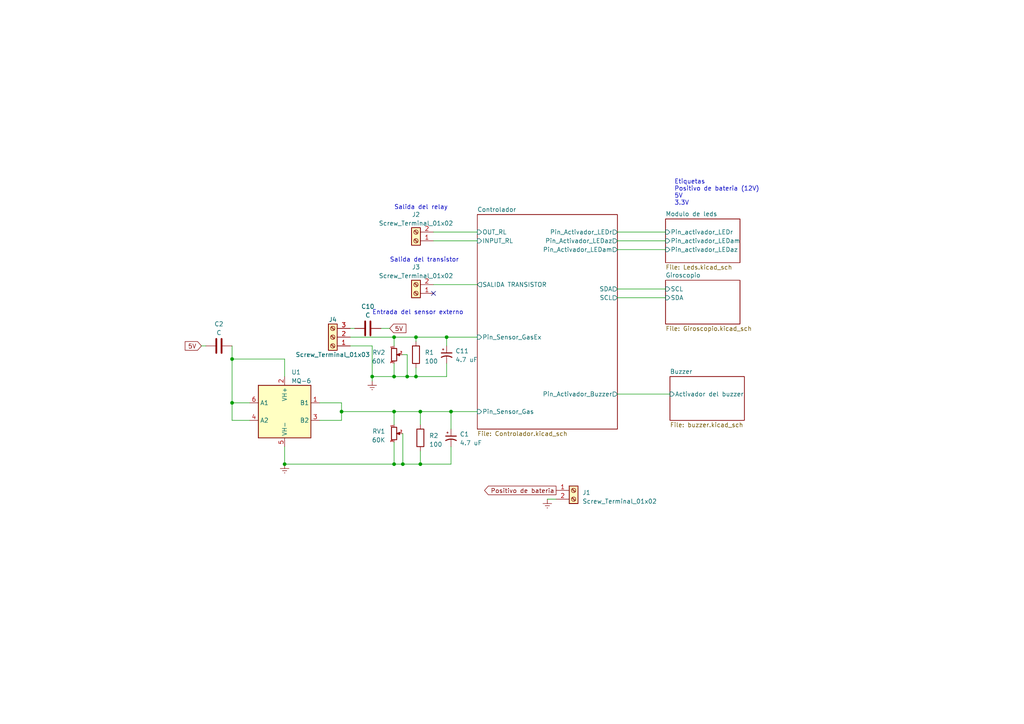
<source format=kicad_sch>
(kicad_sch (version 20230121) (generator eeschema)
  (paper "A4")
  (lib_symbols
    (symbol "Connector:Screw_Terminal_01x02" (pin_names (offset 1.016) hide)
      (property "Reference" "J" (at 0 2.54 0))
      (property "Value" "Screw_Terminal_01x02" (at 0 -5.08 0))
      (symbol "Screw_Terminal_01x02_1_1"
        (rectangle (start -1.27 1.27) (end 1.27 -3.81) (stroke (width 0.254)) (fill (type background)))
        (circle (center 0 -2.54) (radius 0.635) (stroke (width 0.1524)))
        (polyline (pts (xy -0.5334 -2.2098) (xy 0.3302 -3.048)) (stroke (width 0.1524)))
        (polyline (pts (xy -0.5334 0.3302) (xy 0.3302 -0.508)) (stroke (width 0.1524)))
        (polyline (pts (xy -0.3556 -2.032) (xy 0.508 -2.8702)) (stroke (width 0.1524)))
        (polyline (pts (xy -0.3556 0.508) (xy 0.508 -0.3302)) (stroke (width 0.1524)))
        (circle (center 0 0) (radius 0.635) (stroke (width 0.1524)))
        (pin passive line (at -5.08 0 0) (length 3.81) (name "Pin_1") (number "1"))
        (pin passive line (at -5.08 -2.54 0) (length 3.81) (name "Pin_2") (number "2"))
      )
    )
    (symbol "Connector:Screw_Terminal_01x03" (pin_names (offset 1.016) hide)
      (property "Reference" "J" (at 0 5.08 0))
      (property "Value" "Screw_Terminal_01x03" (at 0 -5.08 0))
      (symbol "Screw_Terminal_01x03_1_1"
        (rectangle (start -1.27 3.81) (end 1.27 -3.81) (stroke (width 0.254)) (fill (type background)))
        (circle (center 0 -2.54) (radius 0.635) (stroke (width 0.1524)))
        (polyline (pts (xy -0.5334 -2.2098) (xy 0.3302 -3.048)) (stroke (width 0.1524)))
        (polyline (pts (xy -0.5334 0.3302) (xy 0.3302 -0.508)) (stroke (width 0.1524)))
        (polyline (pts (xy -0.5334 2.8702) (xy 0.3302 2.032)) (stroke (width 0.1524)))
        (polyline (pts (xy -0.3556 -2.032) (xy 0.508 -2.8702)) (stroke (width 0.1524)))
        (polyline (pts (xy -0.3556 0.508) (xy 0.508 -0.3302)) (stroke (width 0.1524)))
        (polyline (pts (xy -0.3556 3.048) (xy 0.508 2.2098)) (stroke (width 0.1524)))
        (circle (center 0 0) (radius 0.635) (stroke (width 0.1524)))
        (circle (center 0 2.54) (radius 0.635) (stroke (width 0.1524)))
        (pin passive line (at -5.08 2.54 0) (length 3.81) (name "Pin_1") (number "1"))
        (pin passive line (at -5.08 0 0) (length 3.81) (name "Pin_2") (number "2"))
        (pin passive line (at -5.08 -2.54 0) (length 3.81) (name "Pin_3") (number "3"))
      )
    )
    (symbol "Device:C" (pin_numbers hide) (pin_names (offset 0.254))
      (property "Reference" "C" (at 0.635 2.54 0))
      (property "Value" "C" (at 0.635 -2.54 0))
      (symbol "C_0_1"
        (polyline (pts (xy -2.032 -0.762) (xy 2.032 -0.762)) (stroke (width 0.508)))
        (polyline (pts (xy -2.032 0.762) (xy 2.032 0.762)) (stroke (width 0.508)))
      )
      (symbol "C_1_1"
        (pin passive line (at 0 3.81 270) (length 2.794) (name "~") (number "1"))
        (pin passive line (at 0 -3.81 90) (length 2.794) (name "~") (number "2"))
      )
    )
    (symbol "Device:C_Polarized_Small_US" (pin_numbers hide) (pin_names (offset 0.254) hide)
      (property "Reference" "C" (at 0.254 1.778 0))
      (property "Value" "C_Polarized_Small_US" (at 0.254 -2.032 0))
      (symbol "C_Polarized_Small_US_0_1"
        (polyline (pts (xy -1.524 0.508) (xy 1.524 0.508)) (stroke (width 0.3048)))
        (polyline (pts (xy -1.27 1.524) (xy -0.762 1.524)))
        (polyline (pts (xy -1.016 1.27) (xy -1.016 1.778)))
        (arc (start 1.524 -0.762) (mid 0 -0.3734) (end -1.524 -0.762) (stroke (width 0.3048)))
      )
      (symbol "C_Polarized_Small_US_1_1"
        (pin passive line (at 0 2.54 270) (length 2.032) (name "~") (number "1"))
        (pin passive line (at 0 -2.54 90) (length 2.032) (name "~") (number "2"))
      )
    )
    (symbol "Device:R" (pin_numbers hide) (pin_names (offset 0))
      (property "Reference" "R" (at 2.032 0 90))
      (property "Value" "R" (at 0 0 90))
      (symbol "R_0_1"
        (rectangle (start -1.016 -2.54) (end 1.016 2.54) (stroke (width 0.254)))
      )
      (symbol "R_1_1"
        (pin passive line (at 0 3.81 270) (length 1.27) (name "~") (number "1"))
        (pin passive line (at 0 -3.81 90) (length 1.27) (name "~") (number "2"))
      )
    )
    (symbol "Device:R_Potentiometer_Small" (pin_names (offset 1.016) hide)
      (property "Reference" "RV" (at -4.445 0 90))
      (property "Value" "R_Potentiometer_Small" (at -2.54 0 90))
      (symbol "R_Potentiometer_Small_0_1"
        (polyline (pts (xy 0.889 0) (xy 0.635 0) (xy 1.651 0.381) (xy 1.651 -0.381) (xy 0.635 0) (xy 0.889 0)) (fill (type outline)))
        (rectangle (start 0.762 1.8034) (end -0.762 -1.8034) (stroke (width 0.254)))
      )
      (symbol "R_Potentiometer_Small_1_1"
        (pin passive line (at 0 2.54 270) (length 0.635) (name "1") (number "1"))
        (pin passive line (at 2.54 0 180) (length 0.9906) (name "2") (number "2"))
        (pin passive line (at 0 -2.54 90) (length 0.635) (name "3") (number "3"))
      )
    )
    (symbol "Sensor_Gas:MQ-6"
      (property "Reference" "U" (at -6.35 8.89 0))
      (property "Value" "MQ-6" (at 3.81 8.89 0))
      (symbol "MQ-6_0_1"
        (rectangle (start -7.62 7.62) (end 7.62 -7.62) (stroke (width 0.254)) (fill (type background)))
      )
      (symbol "MQ-6_1_1"
        (pin passive line (at 10.16 2.54 180) (length 2.54) (name "B1") (number "1"))
        (pin power_in line (at 0 10.16 270) (length 2.54) (name "VH+") (number "2"))
        (pin passive line (at 10.16 -2.54 180) (length 2.54) (name "B2") (number "3"))
        (pin passive line (at -10.16 -2.54 0) (length 2.54) (name "A2") (number "4"))
        (pin power_in line (at 0 -10.16 90) (length 2.54) (name "VH-") (number "5"))
        (pin passive line (at -10.16 2.54 0) (length 2.54) (name "A1") (number "6"))
      )
    )
    (symbol "power:Earth" (power) (pin_names (offset 0))
      (symbol "Earth_0_1"
        (polyline (pts (xy -0.635 -1.905) (xy 0.635 -1.905)))
        (polyline (pts (xy -0.127 -2.54) (xy 0.127 -2.54)))
        (polyline (pts (xy 0 -1.27) (xy 0 0)))
        (polyline (pts (xy 1.27 -1.27) (xy -1.27 -1.27)))
      )
      (symbol "Earth_1_1"
        (pin power_in line (at 0 0 270) (length 0) hide (name "Earth") (number "1"))
      )
    )
  )
  (junction (at 129.54 97.79))
  (junction (at 67.31 104.14))
  (junction (at 114.3 119.38))
  (junction (at 67.31 116.84))
  (junction (at 120.65 109.22))
  (junction (at 114.3 97.79))
  (junction (at 114.3 134.62))
  (junction (at 82.55 134.62))
  (junction (at 99.06 119.38))
  (junction (at 121.92 119.38))
  (junction (at 120.65 97.79))
  (junction (at 118.11 109.22))
  (junction (at 130.81 119.38))
  (junction (at 121.92 134.62))
  (junction (at 107.95 109.22))
  (junction (at 116.84 134.62))
  (junction (at 114.3 109.22))
  (no_connect (at 125.73 85.09))
  (wire (pts (xy 114.3 97.79) (xy 120.65 97.79)))
  (wire (pts (xy 118.11 102.87) (xy 118.11 109.22)))
  (wire (pts (xy 158.75 144.78) (xy 161.29 144.78)))
  (wire (pts (xy 67.31 116.84) (xy 67.31 121.92)))
  (wire (pts (xy 82.55 134.62) (xy 82.55 129.54)))
  (wire (pts (xy 125.73 67.31) (xy 138.43 67.31)))
  (wire (pts (xy 129.54 109.22) (xy 120.65 109.22)))
  (wire (pts (xy 129.54 105.41) (xy 129.54 109.22)))
  (wire (pts (xy 179.07 86.36) (xy 193.04 86.36)))
  (wire (pts (xy 114.3 109.22) (xy 107.95 109.22)))
  (wire (pts (xy 116.84 134.62) (xy 121.92 134.62)))
  (wire (pts (xy 82.55 134.62) (xy 114.3 134.62)))
  (wire (pts (xy 121.92 123.19) (xy 121.92 119.38)))
  (wire (pts (xy 179.07 67.31) (xy 193.04 67.31)))
  (wire (pts (xy 125.73 69.85) (xy 138.43 69.85)))
  (wire (pts (xy 99.06 119.38) (xy 99.06 121.92)))
  (wire (pts (xy 120.65 109.22) (xy 118.11 109.22)))
  (wire (pts (xy 101.6 95.25) (xy 102.87 95.25)))
  (wire (pts (xy 92.71 116.84) (xy 99.06 116.84)))
  (wire (pts (xy 130.81 119.38) (xy 138.43 119.38)))
  (wire (pts (xy 125.73 82.55) (xy 138.43 82.55)))
  (wire (pts (xy 114.3 119.38) (xy 99.06 119.38)))
  (wire (pts (xy 120.65 97.79) (xy 129.54 97.79)))
  (wire (pts (xy 82.55 109.22) (xy 82.55 104.14)))
  (wire (pts (xy 130.81 124.46) (xy 130.81 119.38)))
  (wire (pts (xy 107.95 100.33) (xy 107.95 109.22)))
  (wire (pts (xy 107.95 100.33) (xy 101.6 100.33)))
  (wire (pts (xy 118.11 109.22) (xy 114.3 109.22)))
  (wire (pts (xy 67.31 100.33) (xy 67.31 104.14)))
  (wire (pts (xy 110.49 95.25) (xy 113.03 95.25)))
  (wire (pts (xy 129.54 97.79) (xy 138.43 97.79)))
  (wire (pts (xy 58.42 100.33) (xy 59.69 100.33)))
  (wire (pts (xy 116.84 125.73) (xy 116.84 134.62)))
  (wire (pts (xy 72.39 116.84) (xy 67.31 116.84)))
  (wire (pts (xy 179.07 83.82) (xy 193.04 83.82)))
  (wire (pts (xy 101.6 97.79) (xy 114.3 97.79)))
  (wire (pts (xy 120.65 97.79) (xy 120.65 99.06)))
  (wire (pts (xy 114.3 97.79) (xy 114.3 100.33)))
  (wire (pts (xy 99.06 121.92) (xy 92.71 121.92)))
  (wire (pts (xy 179.07 72.39) (xy 193.04 72.39)))
  (wire (pts (xy 82.55 104.14) (xy 67.31 104.14)))
  (wire (pts (xy 130.81 129.54) (xy 130.81 134.62)))
  (wire (pts (xy 121.92 119.38) (xy 114.3 119.38)))
  (wire (pts (xy 129.54 97.79) (xy 129.54 100.33)))
  (wire (pts (xy 99.06 116.84) (xy 99.06 119.38)))
  (wire (pts (xy 107.95 109.22) (xy 107.95 110.49)))
  (wire (pts (xy 114.3 119.38) (xy 114.3 123.19)))
  (wire (pts (xy 67.31 104.14) (xy 67.31 116.84)))
  (wire (pts (xy 130.81 119.38) (xy 121.92 119.38)))
  (wire (pts (xy 114.3 128.27) (xy 114.3 134.62)))
  (wire (pts (xy 179.07 114.3) (xy 194.31 114.3)))
  (wire (pts (xy 121.92 130.81) (xy 121.92 134.62)))
  (wire (pts (xy 116.84 134.62) (xy 114.3 134.62)))
  (wire (pts (xy 116.84 102.87) (xy 118.11 102.87)))
  (wire (pts (xy 179.07 69.85) (xy 193.04 69.85)))
  (wire (pts (xy 130.81 134.62) (xy 121.92 134.62)))
  (wire (pts (xy 114.3 105.41) (xy 114.3 109.22)))
  (wire (pts (xy 67.31 121.92) (xy 72.39 121.92)))
  (wire (pts (xy 120.65 106.68) (xy 120.65 109.22)))
  (text "Etiquetas\nPositivo de bateria (12V)\n5V\n3.3V\n" (at 195.58 59.69 0) (effects (font (size 1.27 1.27)) (justify left bottom)))
  (text "Salida del relay" (at 114.3 60.96 0) (effects (font (size 1.27 1.27)) (justify left bottom)))
  (text "Entrada del sensor externo\n" (at 107.95 91.44 0) (effects (font (size 1.27 1.27)) (justify left bottom)))
  (text "Salida del transistor" (at 113.03 76.2 0) (effects (font (size 1.27 1.27)) (justify left bottom)))
  (global_label "5V" (shape input) (at 113.03 95.25 0) (property "Intersheetrefs" "${INTERSHEET_REFS}" (effects hide)))
  (global_label "Positivo de bateria" (shape output) (at 161.29 142.24 180) (property "Intersheetrefs" "${INTERSHEET_REFS}" (effects hide)))
  (global_label "5V" (shape input) (at 58.42 100.33 180) (property "Intersheetrefs" "${INTERSHEET_REFS}" (effects hide)))
  (symbol (lib_id "Device:C_Polarized_Small_US") (at 130.81 127 0) (unit 1)
    (property "Reference" "C1" (at 133.35 125.9332 0) (effects (justify left)))
    (property "Value" "4.7 uF" (at 133.35 128.4732 0) (effects (justify left)))
    (property "Footprint" "Capacitor_SMD:CP_Elec_6.3x7.7" (effects hide))
  )
  (symbol (lib_id "power:Earth") (at 158.75 144.78 0) (unit 1)
    (property "Reference" "#PWR01" (effects hide))
    (property "Value" "Earth" (effects hide))
  )
  (symbol (lib_id "Device:C") (at 63.5 100.33 270) (unit 1)
    (property "Reference" "C2" (at 63.5 93.98 90))
    (property "Value" "C" (at 63.5 96.52 90))
    (property "Footprint" "Capacitor_SMD:C_0603_1608Metric" (effects hide))
  )
  (symbol (lib_id "power:Earth") (at 82.55 134.62 0) (unit 1)
    (property "Reference" "#PWR05" (effects hide))
    (property "Value" "Earth" (effects hide))
  )
  (symbol (lib_id "power:Earth") (at 107.95 110.49 0) (unit 1)
    (property "Reference" "#PWR014" (effects hide))
    (property "Value" "Earth" (effects hide))
  )
  (symbol (lib_id "Sensor_Gas:MQ-6") (at 82.55 119.38 0) (unit 1)
    (property "Reference" "U1" (at 84.5059 107.95 0) (effects (justify left)))
    (property "Value" "MQ-6" (at 84.5059 110.49 0) (effects (justify left)))
    (property "Footprint" "Sensor:MQ-6" (effects hide))
    (property "Datasheet" "https://www.winsen-sensor.com/d/files/semiconductor/mq-6.pdf" (effects hide))
  )
  (symbol (lib_id "Device:R_Potentiometer_Small") (at 114.3 102.87 0) (unit 1)
    (property "Reference" "RV2" (at 111.76 102.235 0) (effects (justify right)))
    (property "Value" "60K" (at 111.76 104.775 0) (effects (justify right)))
    (property "Footprint" "Potentiometer_THT:Potentiometer_ACP_CA6-H2,5_Horizontal" (effects hide))
  )
  (symbol (lib_id "Device:C") (at 106.68 95.25 270) (unit 1)
    (property "Reference" "C10" (at 106.68 88.9 90))
    (property "Value" "C" (at 106.68 91.44 90))
    (property "Footprint" "Capacitor_SMD:C_0603_1608Metric" (effects hide))
  )
  (symbol (lib_id "Device:R") (at 120.65 102.87 0) (unit 1)
    (property "Reference" "R1" (at 123.19 102.235 0) (effects (justify left)))
    (property "Value" "100" (at 123.19 104.775 0) (effects (justify left)))
    (property "Footprint" "Resistor_SMD:R_0603_1608Metric" (effects hide))
  )
  (symbol (lib_id "Device:C_Polarized_Small_US") (at 129.54 102.87 0) (unit 1)
    (property "Reference" "C11" (at 132.08 101.8032 0) (effects (justify left)))
    (property "Value" "4.7 uF" (at 132.08 104.3432 0) (effects (justify left)))
    (property "Footprint" "Capacitor_SMD:CP_Elec_6.3x7.7" (effects hide))
  )
  (symbol (lib_id "Connector:Screw_Terminal_01x02") (at 166.37 142.24 0) (unit 1)
    (property "Reference" "J1" (at 168.91 142.875 0) (effects (justify left)))
    (property "Value" "Screw_Terminal_01x02" (at 168.91 145.415 0) (effects (justify left)))
    (property "Footprint" "TerminalBlock_MetzConnect:TerminalBlock_MetzConnect_Type011_RT05502HBWC_1x02_P5.00mm_Horizontal" (effects hide))
  )
  (symbol (lib_id "Connector:Screw_Terminal_01x02") (at 120.65 69.85 180) (unit 1)
    (property "Reference" "J2" (at 120.65 62.23 0))
    (property "Value" "Screw_Terminal_01x02" (at 120.65 64.77 0))
    (property "Footprint" "TerminalBlock_MetzConnect:TerminalBlock_MetzConnect_Type011_RT05502HBWC_1x02_P5.00mm_Horizontal" (effects hide))
  )
  (symbol (lib_id "Connector:Screw_Terminal_01x03") (at 96.52 97.79 180) (unit 1)
    (property "Reference" "J4" (at 96.52 92.71 0))
    (property "Value" "Screw_Terminal_01x03" (at 96.52 102.87 0))
    (property "Footprint" "TerminalBlock_MetzConnect:TerminalBlock_MetzConnect_Type011_RT05503HBWC_1x03_P5.00mm_Horizontal" (effects hide))
  )
  (symbol (lib_id "Device:R_Potentiometer_Small") (at 114.3 125.73 0) (unit 1)
    (property "Reference" "RV1" (at 111.76 125.095 0) (effects (justify right)))
    (property "Value" "60K" (at 111.76 127.635 0) (effects (justify right)))
    (property "Footprint" "Potentiometer_THT:Potentiometer_ACP_CA6-H2,5_Horizontal" (effects hide))
  )
  (symbol (lib_id "Device:R") (at 121.92 127 0) (unit 1)
    (property "Reference" "R2" (at 124.46 126.365 0) (effects (justify left)))
    (property "Value" "100" (at 124.46 128.905 0) (effects (justify left)))
    (property "Footprint" "Resistor_SMD:R_0603_1608Metric" (effects hide))
  )
  (symbol (lib_id "Connector:Screw_Terminal_01x02") (at 120.65 85.09 180) (unit 1)
    (property "Reference" "J3" (at 120.65 77.47 0))
    (property "Value" "Screw_Terminal_01x02" (at 120.65 80.01 0))
    (property "Footprint" "TerminalBlock_MetzConnect:TerminalBlock_MetzConnect_Type011_RT05502HBWC_1x02_P5.00mm_Horizontal" (effects hide))
  )
  (sheet (at 194.31 109.22) (size 21.59 12.7) (stroke (width 0.1524))
    (property "Sheetname" "Buzzer" (at 194.31 108.5084 0) (effects (justify left bottom)))
    (property "Sheetfile" "buzzer.kicad_sch" (at 194.31 122.5046 0) (effects (justify left top)))
    (pin "Activador del buzzer" input (at 194.31 114.3 180))
  )
  (sheet (at 138.43 62.23) (size 40.64 62.23) (stroke (width 0.1524))
    (property "Sheetname" "Controlador" (at 138.43 61.5184 0) (effects (justify left bottom)))
    (property "Sheetfile" "Controlador.kicad_sch" (at 138.43 125.0446 0) (effects (justify left top)))
    (pin "SALIDA TRANSISTOR" output (at 138.43 82.55 180))
    (pin "Pin_Sensor_Gas" input (at 138.43 119.38 180))
    (pin "Pin_Activador_Buzzer" output (at 179.07 114.3 0))
    (pin "Pin_Activador_LEDr" output (at 179.07 67.31 0))
    (pin "Pin_Sensor_GasEx" input (at 138.43 97.79 180))
    (pin "Pin_Activador_LEDaz" output (at 179.07 69.85 0))
    (pin "Pin_Activador_LEDam" output (at 179.07 72.39 0))
    (pin "SDA" output (at 179.07 83.82 0))
    (pin "SCL" output (at 179.07 86.36 0))
    (pin "INPUT_RL" input (at 138.43 69.85 180))
    (pin "OUT_RL" input (at 138.43 67.31 180))
  )
  (sheet (at 193.04 63.5) (size 21.59 12.7) (stroke (width 0.1524))
    (property "Sheetname" "Modulo de leds" (at 193.04 62.7884 0) (effects (justify left bottom)))
    (property "Sheetfile" "Leds.kicad_sch" (at 193.04 76.7846 0) (effects (justify left top)))
    (pin "Pin_activador_LEDr" input (at 193.04 67.31 180))
    (pin "Pin_activador_LEDam" input (at 193.04 69.85 180))
    (pin "Pin_activador_LEDaz" input (at 193.04 72.39 180))
  )
  (sheet (at 193.04 81.28) (size 21.59 12.7) (stroke (width 0.1524))
    (property "Sheetname" "Giroscopio" (at 193.04 80.5684 0) (effects (justify left bottom)))
    (property "Sheetfile" "Giroscopio.kicad_sch" (at 193.04 94.5646 0) (effects (justify left top)))
    (pin "SCL" input (at 193.04 83.82 180))
    (pin "SDA" input (at 193.04 86.36 180))
  )
)
</source>
